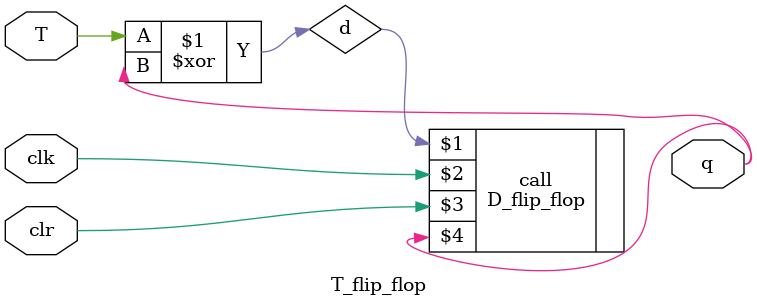
<source format=v>
module T_flip_flop(input T, clk, clr, output q);

	wire d = T ^ q;
	
	D_flip_flop call(d, clk, clr, q);
	
endmodule 
</source>
